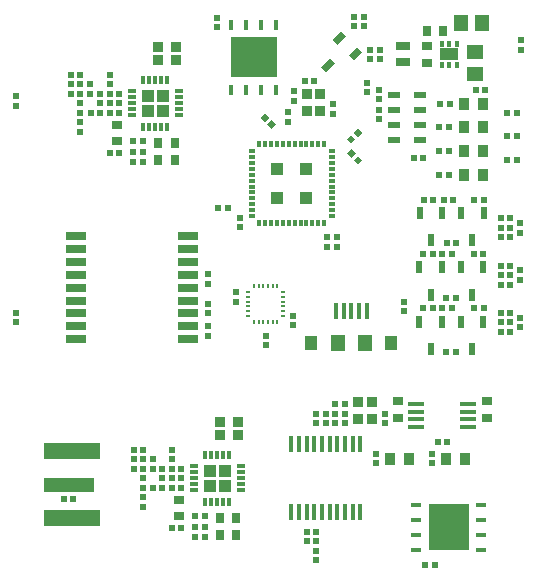
<source format=gtp>
G04 #@! TF.FileFunction,Paste,Top*
%FSLAX46Y46*%
G04 Gerber Fmt 4.6, Leading zero omitted, Abs format (unit mm)*
G04 Created by KiCad (PCBNEW 4.0.2-4+6225~38~ubuntu14.04.1-stable) date Sun 15 May 2016 13:38:06 BST*
%MOMM*%
G01*
G04 APERTURE LIST*
%ADD10C,0.100000*%
%ADD11R,4.000000X3.400000*%
%ADD12R,0.450000X0.900000*%
%ADD13R,0.400000X0.200000*%
%ADD14R,0.200000X0.400000*%
%ADD15R,0.520000X0.520000*%
%ADD16R,1.150000X1.450000*%
%ADD17R,1.450000X1.150000*%
%ADD18R,0.950000X1.000000*%
%ADD19R,1.600000X1.000000*%
%ADD20R,0.400000X0.500000*%
%ADD21R,1.800000X0.700000*%
%ADD22R,1.800000X0.800000*%
%ADD23R,1.100000X0.600000*%
%ADD24R,0.600000X1.000000*%
%ADD25R,0.750000X0.900000*%
%ADD26R,0.900000X0.750000*%
%ADD27R,0.400000X1.350000*%
%ADD28R,1.300000X1.400000*%
%ADD29R,0.975000X1.300000*%
%ADD30R,0.300000X0.550000*%
%ADD31R,0.550000X0.300000*%
%ADD32R,1.002000X1.002000*%
%ADD33R,0.750000X0.300000*%
%ADD34R,0.300000X0.750000*%
%ADD35R,1.102000X1.102000*%
%ADD36R,0.850000X0.950000*%
%ADD37R,0.950000X0.850000*%
%ADD38R,1.300000X0.750000*%
%ADD39R,1.450000X0.450000*%
%ADD40R,4.200000X1.270000*%
%ADD41R,4.700000X1.350000*%
%ADD42R,3.400000X4.000000*%
%ADD43R,0.900000X0.450000*%
G04 APERTURE END LIST*
D10*
D11*
X127900000Y-54800000D03*
D12*
X125995000Y-57550000D03*
X127265000Y-57550000D03*
X128535000Y-57550000D03*
X129805000Y-57550000D03*
X129805000Y-52050000D03*
X128535000Y-52050000D03*
X127265000Y-52050000D03*
X125995000Y-52050000D03*
D13*
X127400000Y-74700000D03*
X127400000Y-75100000D03*
X127400000Y-75500000D03*
X127400000Y-75900000D03*
X127400000Y-76300000D03*
X127400000Y-76700000D03*
D14*
X127900000Y-77200000D03*
X128300000Y-77200000D03*
X128700000Y-77200000D03*
X129100000Y-77200000D03*
X129500000Y-77200000D03*
X129900000Y-77200000D03*
D13*
X130400000Y-76700000D03*
X130400000Y-76300000D03*
X130400000Y-75900000D03*
X130400000Y-75500000D03*
X130400000Y-75100000D03*
X130400000Y-74700000D03*
D14*
X129900000Y-74200000D03*
X129500000Y-74200000D03*
X129100000Y-74200000D03*
X128700000Y-74200000D03*
X128300000Y-74200000D03*
X127900000Y-74200000D03*
D15*
X118500000Y-63700000D03*
X117700000Y-63700000D03*
X134950000Y-70050000D03*
X134950000Y-70850000D03*
D16*
X145450000Y-51900000D03*
X147250000Y-51900000D03*
D17*
X146650000Y-56199999D03*
X146650000Y-54399999D03*
D15*
X148800000Y-77250000D03*
X148800000Y-76450000D03*
X148800000Y-73250000D03*
X148800000Y-72450000D03*
X148800000Y-69250000D03*
X148800000Y-68450000D03*
D18*
X147300000Y-58750000D03*
X145700000Y-58750000D03*
X147300000Y-60750000D03*
X145700000Y-60750000D03*
X147300000Y-62750000D03*
X145700000Y-62750000D03*
X147300000Y-64749999D03*
X145700000Y-64749999D03*
D19*
X144450000Y-54550000D03*
D20*
X145100000Y-53650000D03*
X144450000Y-53650000D03*
X143800000Y-53650000D03*
X143800000Y-55450000D03*
X144450000Y-55450000D03*
X145100000Y-55450000D03*
D21*
X112800000Y-69900000D03*
D22*
X112800000Y-71000000D03*
X112800000Y-72100000D03*
X112800000Y-73200000D03*
X112800000Y-74300000D03*
X112800000Y-75400000D03*
X112800000Y-76500000D03*
X112800000Y-77600000D03*
D21*
X112800000Y-78700000D03*
X122300000Y-69900000D03*
X122300000Y-78700000D03*
D22*
X122300000Y-71000000D03*
X122300000Y-72100000D03*
X122300000Y-73200000D03*
X122300000Y-74300000D03*
X122300000Y-75400000D03*
X122300000Y-76500000D03*
X122300000Y-77600000D03*
D23*
X142000000Y-61775001D03*
X142000000Y-60525001D03*
X142000000Y-59275001D03*
X142000000Y-58025001D03*
X139800000Y-58025001D03*
X139800000Y-59275001D03*
X139800000Y-60525001D03*
X139800000Y-61775001D03*
D24*
X147320000Y-77200000D03*
X145420000Y-77200000D03*
X146370000Y-79500000D03*
X147300000Y-72599999D03*
X145400000Y-72599999D03*
X146350000Y-74899999D03*
X147350000Y-68000000D03*
X145450000Y-68000000D03*
X146400000Y-70300000D03*
X143820000Y-77200000D03*
X141920000Y-77200000D03*
X142870000Y-79500000D03*
X143820000Y-72600000D03*
X141920000Y-72600000D03*
X142870000Y-74900000D03*
X143850000Y-68000000D03*
X141950000Y-68000000D03*
X142900000Y-70300000D03*
D10*
G36*
X136626345Y-53942894D02*
X137050609Y-54367158D01*
X136343503Y-55074264D01*
X135919239Y-54650000D01*
X136626345Y-53942894D01*
X136626345Y-53942894D01*
G37*
G36*
X135282842Y-52599391D02*
X135707106Y-53023655D01*
X135000000Y-53730761D01*
X134575736Y-53306497D01*
X135282842Y-52599391D01*
X135282842Y-52599391D01*
G37*
G36*
X134328248Y-54897488D02*
X134752512Y-55321752D01*
X134045406Y-56028858D01*
X133621142Y-55604594D01*
X134328248Y-54897488D01*
X134328248Y-54897488D01*
G37*
D15*
X146550000Y-76050000D03*
X147350000Y-76050000D03*
X146500000Y-71450000D03*
X147300000Y-71450000D03*
X146550000Y-66850000D03*
X147350000Y-66850000D03*
X144200000Y-79750000D03*
X145000000Y-79750000D03*
X144200000Y-75150000D03*
X145000000Y-75150000D03*
X144250000Y-70550000D03*
X145050000Y-70550000D03*
D25*
X143950000Y-52550000D03*
X142550000Y-52550000D03*
D15*
X142250000Y-76050000D03*
X143050000Y-76050000D03*
X142250000Y-71450000D03*
X143050000Y-71450000D03*
X142300000Y-66850000D03*
X143100000Y-66850000D03*
D26*
X142550000Y-53850000D03*
X142550000Y-55250000D03*
D15*
X143850000Y-76050000D03*
X144650000Y-76050000D03*
X143850000Y-71450000D03*
X144650000Y-71450000D03*
X144000000Y-66850000D03*
X144800000Y-66850000D03*
X149600001Y-76450000D03*
X149600001Y-77250000D03*
X149600000Y-72449999D03*
X149600000Y-73249999D03*
X149600000Y-68450000D03*
X149600000Y-69250000D03*
X148800000Y-78050000D03*
X149600000Y-78050000D03*
X148800000Y-74050000D03*
X149600000Y-74050000D03*
X148800000Y-70050000D03*
X149600000Y-70050000D03*
X143700000Y-58750000D03*
X144500000Y-58750000D03*
X143600000Y-60750000D03*
X144400000Y-60750000D03*
X143600000Y-62750000D03*
X144400000Y-62750000D03*
X143600001Y-64750000D03*
X144400001Y-64750000D03*
X150150000Y-61499999D03*
X149350000Y-61499999D03*
X137200000Y-52200001D03*
X137200000Y-51400001D03*
X137450000Y-57750000D03*
X137450000Y-56950000D03*
X150550000Y-53349999D03*
X150550000Y-54149999D03*
X149350000Y-59500000D03*
X150150000Y-59500000D03*
X150399999Y-68850000D03*
X150399999Y-69650000D03*
X150400000Y-72850001D03*
X150400000Y-73650001D03*
X150400000Y-76850000D03*
X150400000Y-77650000D03*
X149350000Y-63500000D03*
X150150000Y-63500000D03*
D27*
X136150000Y-76325000D03*
X136800000Y-76325000D03*
X135500000Y-76325000D03*
X134850000Y-76325000D03*
X137450000Y-76325000D03*
D28*
X137300000Y-79000000D03*
X135000000Y-79000000D03*
D29*
X139537500Y-79000000D03*
X132762500Y-79000000D03*
D15*
X124020000Y-73170000D03*
X124020000Y-73970000D03*
D10*
G36*
X135782304Y-62949999D02*
X136150000Y-62582303D01*
X136517696Y-62949999D01*
X136150000Y-63317695D01*
X135782304Y-62949999D01*
X135782304Y-62949999D01*
G37*
G36*
X136347990Y-63515685D02*
X136715686Y-63147989D01*
X137083382Y-63515685D01*
X136715686Y-63883381D01*
X136347990Y-63515685D01*
X136347990Y-63515685D01*
G37*
D15*
X134100000Y-70050000D03*
X134100000Y-70850000D03*
X131200000Y-76700000D03*
X131200000Y-77500000D03*
X126400000Y-74700000D03*
X126400000Y-75500000D03*
X126700000Y-68400000D03*
X126700000Y-69200000D03*
D10*
G36*
X136134314Y-62133382D02*
X135766618Y-61765686D01*
X136134314Y-61397990D01*
X136502010Y-61765686D01*
X136134314Y-62133382D01*
X136134314Y-62133382D01*
G37*
G36*
X136700000Y-61567696D02*
X136332304Y-61200000D01*
X136700000Y-60832304D01*
X137067696Y-61200000D01*
X136700000Y-61567696D01*
X136700000Y-61567696D01*
G37*
D15*
X146700000Y-57550001D03*
X147500000Y-57550001D03*
X128950000Y-78400000D03*
X128950000Y-79200000D03*
X124900000Y-67600000D03*
X125700000Y-67600000D03*
X130800000Y-60250000D03*
X130800000Y-59450000D03*
X134599999Y-58800000D03*
X134599999Y-59600000D03*
X133000000Y-56800000D03*
X132200000Y-56800000D03*
X115700001Y-56300000D03*
X115700001Y-57100000D03*
X115699999Y-58700000D03*
X114899999Y-58700000D03*
X116500000Y-59500000D03*
X115700000Y-59500000D03*
X113200000Y-60300000D03*
X113200000Y-61100000D03*
X114000000Y-57900000D03*
X114000000Y-57100000D03*
X113200000Y-57100000D03*
X113200000Y-56300000D03*
X116500000Y-62900000D03*
X115700000Y-62900000D03*
X140600000Y-75500000D03*
X140600000Y-76300000D03*
D25*
X119800000Y-63500000D03*
X121200000Y-63500000D03*
X119800000Y-62100000D03*
X121200000Y-62100000D03*
D15*
X118500000Y-61900001D03*
X117700000Y-61900001D03*
X118500000Y-62800000D03*
X117700000Y-62800000D03*
X142250000Y-63300000D03*
X141450000Y-63300000D03*
X124000000Y-78400000D03*
X124000000Y-77600000D03*
X124000000Y-75700000D03*
X124000000Y-76500000D03*
D30*
X133850000Y-62125000D03*
X133350000Y-62125000D03*
X132850000Y-62125000D03*
X132350000Y-62125000D03*
X131850000Y-62125000D03*
X131350000Y-62125000D03*
X130850000Y-62125000D03*
X130350000Y-62125000D03*
X129850000Y-62125000D03*
X129350000Y-62125000D03*
X128850000Y-62125000D03*
X128350000Y-62125000D03*
D31*
X127725000Y-62750000D03*
X127725000Y-63250000D03*
X127725000Y-63750000D03*
X127725000Y-64250000D03*
X127725000Y-64750000D03*
X127725000Y-65250000D03*
X127725000Y-65750000D03*
X127725000Y-66250000D03*
X127725000Y-66750000D03*
X127725000Y-67250000D03*
X127725000Y-67750000D03*
X127725000Y-68250000D03*
D30*
X128350000Y-68875000D03*
X128850000Y-68875000D03*
X129350000Y-68875000D03*
X129850000Y-68875000D03*
X130350000Y-68875000D03*
X130850000Y-68875000D03*
X131350000Y-68875000D03*
X131850000Y-68875000D03*
X132350000Y-68875000D03*
X132850000Y-68875000D03*
X133350000Y-68875000D03*
X133850000Y-68875000D03*
D31*
X134475000Y-68250000D03*
X134475000Y-67750000D03*
X134475000Y-67250000D03*
X134475000Y-66750000D03*
X134475000Y-66250000D03*
X134475000Y-65750000D03*
X134475000Y-65250000D03*
X134475000Y-64750000D03*
X134475000Y-64250000D03*
X134475000Y-63750000D03*
X134475000Y-63250000D03*
X134475000Y-62750000D03*
D32*
X132350000Y-64250000D03*
X129850000Y-64250000D03*
X132350000Y-66750000D03*
X129850000Y-66750000D03*
D33*
X117550000Y-57699999D03*
X117550000Y-58199999D03*
X117550000Y-58699999D03*
X117550000Y-59199999D03*
X117550000Y-59699999D03*
D34*
X118550000Y-60699999D03*
X119050000Y-60699999D03*
X119550000Y-60699999D03*
X120050000Y-60699999D03*
X120550000Y-60699999D03*
D33*
X121550000Y-59699999D03*
X121550000Y-59199999D03*
X121550000Y-58699999D03*
X121550000Y-58199999D03*
X121550000Y-57699999D03*
D34*
X120550000Y-56699999D03*
X120050000Y-56699999D03*
X119550000Y-56699999D03*
X119050000Y-56699999D03*
X118550000Y-56699999D03*
D35*
X118900000Y-58049999D03*
X118900000Y-59349999D03*
X120200000Y-58049999D03*
X120200000Y-59349999D03*
D15*
X116500001Y-58700000D03*
X116500001Y-57900000D03*
X115700001Y-57899998D03*
X114900001Y-57899998D03*
X113200000Y-59500000D03*
X113200000Y-58700000D03*
X113199999Y-57900000D03*
X112399999Y-57900000D03*
X114900000Y-59499999D03*
X114100000Y-59499999D03*
D26*
X116300001Y-60499999D03*
X116300001Y-61899999D03*
D15*
X131300000Y-57699999D03*
X131300000Y-58499999D03*
X112400000Y-57100000D03*
X112400000Y-56300000D03*
X138500000Y-58350000D03*
X138500000Y-57550000D03*
X138500000Y-59250000D03*
X138500000Y-60050000D03*
D36*
X133525000Y-59375000D03*
X133525000Y-57925000D03*
X132375000Y-57925000D03*
X132375000Y-59375000D03*
D37*
X121275000Y-53925001D03*
X119825000Y-53925001D03*
X119825000Y-55075001D03*
X121275000Y-55075001D03*
D15*
X138600000Y-54150000D03*
X138600000Y-54950000D03*
X137750000Y-54950000D03*
X137750000Y-54150000D03*
X136400000Y-52200000D03*
X136400000Y-51400000D03*
X124750001Y-51450000D03*
X124750001Y-52250000D03*
X107750000Y-77250000D03*
X107750000Y-76450000D03*
X107750000Y-58100000D03*
X107750000Y-58900000D03*
D10*
G36*
X129750539Y-60482844D02*
X129382843Y-60850540D01*
X129015147Y-60482844D01*
X129382843Y-60115148D01*
X129750539Y-60482844D01*
X129750539Y-60482844D01*
G37*
G36*
X129184853Y-59917158D02*
X128817157Y-60284854D01*
X128449461Y-59917158D01*
X128817157Y-59549462D01*
X129184853Y-59917158D01*
X129184853Y-59917158D01*
G37*
D38*
X140500000Y-53825000D03*
X140500000Y-55175000D03*
D27*
X136925000Y-87525000D03*
X136275000Y-87525000D03*
X135625000Y-87525000D03*
X134975000Y-87525000D03*
X134325000Y-87525000D03*
X133675000Y-87525000D03*
X133025000Y-87525000D03*
X132375000Y-87525000D03*
X131725000Y-87525000D03*
X131075000Y-87525000D03*
X131075000Y-93275000D03*
X131725000Y-93275000D03*
X132375000Y-93275000D03*
X133025000Y-93275000D03*
X133675000Y-93275000D03*
X134325000Y-93275000D03*
X134975000Y-93275000D03*
X135625000Y-93275000D03*
X136275000Y-93275000D03*
X136925000Y-93275000D03*
D39*
X141650000Y-84175000D03*
X141650000Y-84825000D03*
X141650000Y-85475000D03*
X141650000Y-86125000D03*
X146050000Y-86125000D03*
X146050000Y-85475000D03*
X146050000Y-84825000D03*
X146050000Y-84175000D03*
D33*
X122800000Y-89450000D03*
X122800000Y-89950000D03*
X122800000Y-90450000D03*
X122800000Y-90950000D03*
X122800000Y-91450000D03*
D34*
X123800000Y-92450000D03*
X124300000Y-92450000D03*
X124800000Y-92450000D03*
X125300000Y-92450000D03*
X125800000Y-92450000D03*
D33*
X126800000Y-91450000D03*
X126800000Y-90950000D03*
X126800000Y-90450000D03*
X126800000Y-89950000D03*
X126800000Y-89450000D03*
D34*
X125800000Y-88450000D03*
X125300000Y-88450000D03*
X124800000Y-88450000D03*
X124300000Y-88450000D03*
X123800000Y-88450000D03*
D35*
X124150000Y-89800000D03*
X124150000Y-91100000D03*
X125450000Y-89800000D03*
X125450000Y-91100000D03*
D40*
X112250000Y-91000000D03*
D41*
X112500000Y-88175000D03*
X112500000Y-93825000D03*
D15*
X120950000Y-88050000D03*
X120950000Y-88850000D03*
X143450000Y-87400000D03*
X144250000Y-87400000D03*
X120950000Y-90450000D03*
X120150000Y-90450000D03*
X121750000Y-91250001D03*
X120950000Y-91250001D03*
D26*
X147600000Y-85350000D03*
X147600000Y-83950000D03*
X140100000Y-83950000D03*
X140100000Y-85350000D03*
D15*
X118550000Y-92050000D03*
X118550000Y-92850000D03*
X119350000Y-89650001D03*
X119350000Y-88850001D03*
X118550000Y-88850001D03*
X118550000Y-88050001D03*
X121750000Y-94650000D03*
X120950000Y-94650000D03*
D25*
X125000000Y-95250000D03*
X126400000Y-95250000D03*
X125000000Y-93850000D03*
X126400000Y-93850000D03*
D15*
X123750000Y-95450000D03*
X122950000Y-95450000D03*
X123750000Y-93650000D03*
X122950000Y-93650000D03*
X123750000Y-94550000D03*
X122950000Y-94550000D03*
X142400000Y-97800000D03*
X143200000Y-97800000D03*
X139000000Y-85000000D03*
X139000000Y-85800000D03*
X134800000Y-84200000D03*
X135600000Y-84200000D03*
X134000000Y-85800000D03*
X133200000Y-85800000D03*
X133200000Y-95000000D03*
X133200000Y-95800000D03*
X134000000Y-85000000D03*
X133200000Y-85000000D03*
X132400000Y-95000000D03*
X132400000Y-95800000D03*
X133200000Y-97400000D03*
X133200000Y-96600000D03*
X134800000Y-85800000D03*
X134800000Y-85000000D03*
X111800000Y-92200000D03*
X112600000Y-92200000D03*
X121750000Y-90450000D03*
X121750000Y-89650000D03*
X120950000Y-89650000D03*
X120150000Y-89650000D03*
X118550000Y-91250000D03*
X118550000Y-90450000D03*
X118550000Y-89650000D03*
X117750000Y-89650000D03*
X120150000Y-91250000D03*
X119350000Y-91250000D03*
D26*
X121550000Y-92250000D03*
X121550000Y-93650000D03*
D15*
X117750000Y-88850000D03*
X117750000Y-88050000D03*
X135600000Y-85000000D03*
X135600000Y-85800000D03*
D37*
X126525000Y-85675000D03*
X125075000Y-85675000D03*
X125075000Y-86825000D03*
X126525000Y-86825000D03*
D36*
X137875000Y-85475000D03*
X137875000Y-84025000D03*
X136725000Y-84025000D03*
X136725000Y-85475000D03*
D18*
X141000000Y-88800000D03*
X139400000Y-88800000D03*
X145800000Y-88800000D03*
X144200000Y-88800000D03*
D15*
X138200000Y-89200000D03*
X138200000Y-88400000D03*
X143000000Y-89200000D03*
X143000000Y-88400000D03*
D42*
X144400000Y-94600000D03*
D43*
X147150000Y-96505000D03*
X147150000Y-95235000D03*
X147150000Y-93965000D03*
X147150000Y-92695000D03*
X141650000Y-92695000D03*
X141650000Y-93965000D03*
X141650000Y-95235000D03*
X141650000Y-96505000D03*
M02*

</source>
